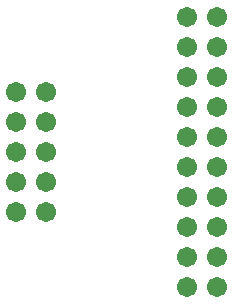
<source format=gbs>
G04*
G04 #@! TF.GenerationSoftware,Altium Limited,Altium Designer,23.0.1 (38)*
G04*
G04 Layer_Color=16711935*
%FSLAX43Y43*%
%MOMM*%
G71*
G04*
G04 #@! TF.SameCoordinates,389A4634-ECA2-436D-B02D-3AC99B3800AC*
G04*
G04*
G04 #@! TF.FilePolarity,Negative*
G04*
G01*
G75*
%ADD14C,1.703*%
D14*
X32004Y37211D02*
D03*
X29464D02*
D03*
X32004Y39751D02*
D03*
X29464D02*
D03*
X32004Y42291D02*
D03*
X29464D02*
D03*
X32004Y44831D02*
D03*
X29464D02*
D03*
X32004Y47371D02*
D03*
X29464D02*
D03*
X46482Y35941D02*
D03*
Y53721D02*
D03*
X43942D02*
D03*
X46482Y51181D02*
D03*
X43942D02*
D03*
X46482Y48641D02*
D03*
X43942D02*
D03*
X46482Y46101D02*
D03*
X43942D02*
D03*
X46482Y43561D02*
D03*
X43942D02*
D03*
X46482Y41021D02*
D03*
X43942D02*
D03*
X46482Y38481D02*
D03*
X43942D02*
D03*
Y35941D02*
D03*
X46482Y33401D02*
D03*
X43942D02*
D03*
X46482Y30861D02*
D03*
X43942D02*
D03*
M02*

</source>
